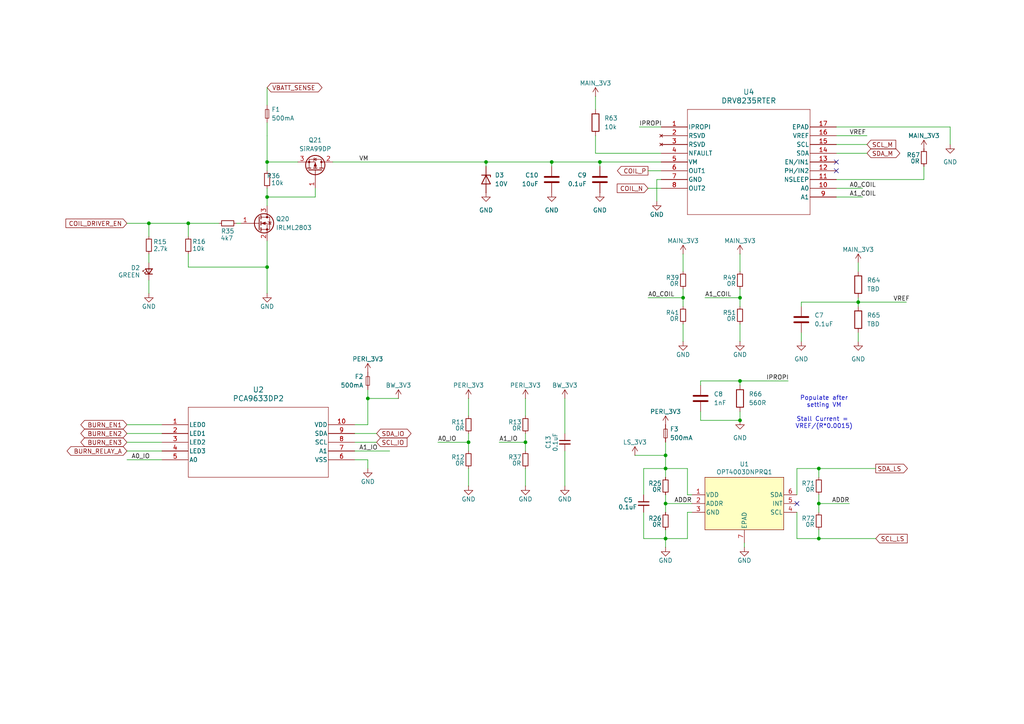
<source format=kicad_sch>
(kicad_sch (version 20231120) (generator "eeschema") (generator_version "8.0")
  (paper "A4")
  (lib_symbols
    (symbol "Argus-IC:DRV8235RTER" (pin_names (offset 0.254))
      (property "Reference" "U" (at 25.4 10.16 0))
      (property "Value" "DRV8235RTER" (at 25.4 7.62 0))
      (symbol "DRV8235RTER_0_1"
        (polyline (pts (xy 7.62 -25.4) (xy 43.18 -25.4)) (stroke (width 0.127)))
        (polyline (pts (xy 7.62 5.08) (xy 7.62 -25.4)) (stroke (width 0.127)))
        (polyline (pts (xy 43.18 -25.4) (xy 43.18 5.08)) (stroke (width 0.127)))
        (polyline (pts (xy 43.18 5.08) (xy 7.62 5.08)) (stroke (width 0.127)))
        (pin power_in line (at 0 0 0) (length 7.62) (name "IPROPI") (number "1"))
        (pin input line (at 50.8 -17.78 180) (length 7.62) (name "A0") (number "10"))
        (pin input line (at 50.8 -15.24 180) (length 7.62) (name "NSLEEP") (number "11"))
        (pin input line (at 50.8 -12.7 180) (length 7.62) (name "PH/IN2") (number "12"))
        (pin input line (at 50.8 -10.16 180) (length 7.62) (name "EN/IN1") (number "13"))
        (pin input line (at 50.8 -7.62 180) (length 7.62) (name "SDA") (number "14"))
        (pin input line (at 50.8 -5.08 180) (length 7.62) (name "SCL") (number "15"))
        (pin input line (at 50.8 -2.54 180) (length 7.62) (name "VREF") (number "16"))
        (pin power_out line (at 50.8 0 180) (length 7.62) (name "EPAD") (number "17"))
        (pin no_connect line (at 0 -2.54 0) (length 7.62) (name "RSVD") (number "2"))
        (pin no_connect line (at 0 -5.08 0) (length 7.62) (name "RSVD") (number "3"))
        (pin output line (at 0 -7.62 0) (length 7.62) (name "NFAULT") (number "4"))
        (pin power_in line (at 0 -10.16 0) (length 7.62) (name "VM") (number "5"))
        (pin output line (at 0 -12.7 0) (length 7.62) (name "OUT1") (number "6"))
        (pin power_out line (at 0 -15.24 0) (length 7.62) (name "GND") (number "7"))
        (pin output line (at 0 -17.78 0) (length 7.62) (name "OUT2") (number "8"))
        (pin input line (at 50.8 -20.32 180) (length 7.62) (name "A1") (number "9"))
      )
    )
    (symbol "Argus-IC:IRLML2803" (pin_names hide)
      (property "Reference" "Q23" (at 2.54 1.27 0))
      (property "Value" "IRLML2803" (at 2.54 -1.27 0))
      (symbol "IRLML2803_0_1"
        (circle (center -0.889 0) (radius 2.794) (stroke (width 0.254)))
        (circle (center 0 -1.778) (radius 0.254) (fill (type outline)))
        (polyline (pts (xy -2.286 0) (xy -5.08 0)))
        (polyline (pts (xy -2.286 1.905) (xy -2.286 -1.905)) (stroke (width 0.254)))
        (polyline (pts (xy -1.778 -1.27) (xy -1.778 -2.286)) (stroke (width 0.254)))
        (polyline (pts (xy -1.778 0.508) (xy -1.778 -0.508)) (stroke (width 0.254)))
        (polyline (pts (xy -1.778 2.286) (xy -1.778 1.27)) (stroke (width 0.254)))
        (polyline (pts (xy 0 2.54) (xy 0 1.778)))
        (polyline (pts (xy 0 -2.54) (xy 0 0) (xy -1.778 0)))
        (polyline (pts (xy -1.778 -1.778) (xy 0.762 -1.778) (xy 0.762 1.778) (xy -1.778 1.778)))
        (polyline (pts (xy -1.524 0) (xy -0.508 0.381) (xy -0.508 -0.381) (xy -1.524 0)) (fill (type outline)))
        (polyline (pts (xy 0.254 0.508) (xy 0.381 0.381) (xy 1.143 0.381) (xy 1.27 0.254)))
        (polyline (pts (xy 0.762 0.381) (xy 0.381 -0.254) (xy 1.143 -0.254) (xy 0.762 0.381)))
        (circle (center 0 1.778) (radius 0.254) (fill (type outline)))
      )
      (symbol "IRLML2803_1_1"
        (pin input line (at -7.62 0 0) (length 2.54) (name "G") (number "1"))
        (pin passive line (at 0 -5.08 90) (length 2.54) (name "S") (number "2"))
        (pin passive line (at 0 5.08 270) (length 2.54) (name "D") (number "3"))
      )
    )
    (symbol "Argus-IC:OPT4003DNPRQ1" (pin_names (offset 0.254))
      (property "Reference" "U" (at 0 11.938 0))
      (property "Value" "OPT4003DNPRQ1" (at 0 9.398 0))
      (symbol "OPT4003DNPRQ1_1_1"
        (rectangle (start -11.43 7.62) (end 11.43 -7.62) (fill (type background)))
        (pin input line (at -15.24 2.54 0) (length 3.81) (name "VDD") (number "1"))
        (pin input line (at -15.24 0 0) (length 3.81) (name "ADDR") (number "2"))
        (pin power_in line (at -15.24 -2.54 0) (length 3.81) (name "GND") (number "3"))
        (pin input line (at 15.24 -2.54 180) (length 3.81) (name "SCL") (number "4"))
        (pin bidirectional line (at 15.24 0 180) (length 3.81) (name "INT") (number "5"))
        (pin bidirectional line (at 15.24 2.54 180) (length 3.81) (name "SDA") (number "6"))
        (pin power_out line (at 0 -11.43 90) (length 3.81) (name "EPAD") (number "7"))
      )
    )
    (symbol "Argus-IC:PCA9633DP2" (pin_names (offset 0.254))
      (property "Reference" "U" (at 27.94 10.16 0))
      (property "Value" "PCA9633DP2" (at 27.94 7.62 0))
      (symbol "PCA9633DP2_0_1"
        (polyline (pts (xy 7.62 -15.24) (xy 48.26 -15.24)) (stroke (width 0.127)))
        (polyline (pts (xy 7.62 5.08) (xy 7.62 -15.24)) (stroke (width 0.127)))
        (polyline (pts (xy 48.26 -15.24) (xy 48.26 5.08)) (stroke (width 0.127)))
        (polyline (pts (xy 48.26 5.08) (xy 7.62 5.08)) (stroke (width 0.127)))
        (pin unspecified line (at 0 0 0) (length 7.62) (name "LED0") (number "1"))
        (pin unspecified line (at 55.88 0 180) (length 7.62) (name "VDD") (number "10"))
        (pin unspecified line (at 0 -2.54 0) (length 7.62) (name "LED1") (number "2"))
        (pin unspecified line (at 0 -5.08 0) (length 7.62) (name "LED2") (number "3"))
        (pin unspecified line (at 0 -7.62 0) (length 7.62) (name "LED3") (number "4"))
        (pin unspecified line (at 0 -10.16 0) (length 7.62) (name "A0") (number "5"))
        (pin unspecified line (at 55.88 -10.16 180) (length 7.62) (name "VSS") (number "6"))
        (pin unspecified line (at 55.88 -7.62 180) (length 7.62) (name "A1") (number "7"))
        (pin unspecified line (at 55.88 -5.08 180) (length 7.62) (name "SCL") (number "8"))
        (pin unspecified line (at 55.88 -2.54 180) (length 7.62) (name "SDA") (number "9"))
      )
    )
    (symbol "Argus-IC:Q_PMOS_GDS" (pin_names (offset 0) hide)
      (property "Reference" "Q" (at 5.08 1.27 0))
      (property "Value" "Q_PMOS_GDS" (at 5.08 -1.27 0))
      (symbol "Q_PMOS_GDS_0_1"
        (polyline (pts (xy 0.254 0) (xy -2.54 0)))
        (polyline (pts (xy 0.254 1.905) (xy 0.254 -1.905)) (stroke (width 0.254)))
        (polyline (pts (xy 0.762 -1.27) (xy 0.762 -2.286)) (stroke (width 0.254)))
        (polyline (pts (xy 0.762 0.508) (xy 0.762 -0.508)) (stroke (width 0.254)))
        (polyline (pts (xy 0.762 2.286) (xy 0.762 1.27)) (stroke (width 0.254)))
        (polyline (pts (xy 2.54 2.54) (xy 2.54 1.778)))
        (polyline (pts (xy 2.54 -2.54) (xy 2.54 0) (xy 0.762 0)))
        (polyline (pts (xy 0.762 1.778) (xy 3.302 1.778) (xy 3.302 -1.778) (xy 0.762 -1.778)))
        (polyline (pts (xy 2.286 0) (xy 1.27 0.381) (xy 1.27 -0.381) (xy 2.286 0)) (fill (type outline)))
        (polyline (pts (xy 2.794 -0.508) (xy 2.921 -0.381) (xy 3.683 -0.381) (xy 3.81 -0.254)))
        (polyline (pts (xy 3.302 -0.381) (xy 2.921 0.254) (xy 3.683 0.254) (xy 3.302 -0.381)))
        (circle (center 1.651 0) (radius 2.794) (stroke (width 0.254)))
        (circle (center 2.54 -1.778) (radius 0.254) (fill (type outline)))
        (circle (center 2.54 1.778) (radius 0.254) (fill (type outline)))
      )
      (symbol "Q_PMOS_GDS_1_1"
        (pin input line (at -5.08 0 0) (length 2.54) (name "G") (number "1"))
        (pin passive line (at 2.54 5.08 270) (length 2.54) (name "D") (number "2"))
        (pin passive line (at 2.54 -5.08 90) (length 2.54) (name "S") (number "3"))
      )
    )
    (symbol "Device:C" (pin_numbers hide) (pin_names (offset 0.254))
      (property "Reference" "C" (at 0.635 2.54 0))
      (property "Value" "C" (at 0.635 -2.54 0))
      (symbol "C_0_1"
        (polyline (pts (xy -2.032 -0.762) (xy 2.032 -0.762)) (stroke (width 0.508)))
        (polyline (pts (xy -2.032 0.762) (xy 2.032 0.762)) (stroke (width 0.508)))
      )
      (symbol "C_1_1"
        (pin passive line (at 0 3.81 270) (length 2.794) (name "~") (number "1"))
        (pin passive line (at 0 -3.81 90) (length 2.794) (name "~") (number "2"))
      )
    )
    (symbol "Device:C_Small" (pin_numbers hide) (pin_names (offset 0.254) hide)
      (property "Reference" "C" (at 0.254 1.778 0))
      (property "Value" "C_Small" (at 0.254 -2.032 0))
      (symbol "C_Small_0_1"
        (polyline (pts (xy -1.524 -0.508) (xy 1.524 -0.508)) (stroke (width 0.3302)))
        (polyline (pts (xy -1.524 0.508) (xy 1.524 0.508)) (stroke (width 0.3048)))
      )
      (symbol "C_Small_1_1"
        (pin passive line (at 0 2.54 270) (length 2.032) (name "~") (number "1"))
        (pin passive line (at 0 -2.54 90) (length 2.032) (name "~") (number "2"))
      )
    )
    (symbol "Device:Fuse_Small" (pin_numbers hide) (pin_names (offset 0.254) hide)
      (property "Reference" "F" (at 0 -1.524 0))
      (property "Value" "Fuse_Small" (at 0 1.524 0))
      (symbol "Fuse_Small_0_1"
        (rectangle (start -1.27 0.508) (end 1.27 -0.508))
        (polyline (pts (xy -1.27 0) (xy 1.27 0)))
      )
      (symbol "Fuse_Small_1_1"
        (pin passive line (at -2.54 0 0) (length 1.27) (name "~") (number "1"))
        (pin passive line (at 2.54 0 180) (length 1.27) (name "~") (number "2"))
      )
    )
    (symbol "Device:LED_Small" (pin_numbers hide) (pin_names (offset 0.254) hide)
      (property "Reference" "D" (at -1.27 3.175 0))
      (property "Value" "LED_Small" (at -4.445 -2.54 0))
      (symbol "LED_Small_0_1"
        (polyline (pts (xy -0.762 -1.016) (xy -0.762 1.016)) (stroke (width 0.254)))
        (polyline (pts (xy 1.016 0) (xy -0.762 0)))
        (polyline (pts (xy 0.762 -1.016) (xy -0.762 0) (xy 0.762 1.016) (xy 0.762 -1.016)) (stroke (width 0.254)))
        (polyline (pts (xy 0 0.762) (xy -0.508 1.27) (xy -0.254 1.27) (xy -0.508 1.27) (xy -0.508 1.016)))
        (polyline (pts (xy 0.508 1.27) (xy 0 1.778) (xy 0.254 1.778) (xy 0 1.778) (xy 0 1.524)))
      )
      (symbol "LED_Small_1_1"
        (pin passive line (at -2.54 0 0) (length 1.778) (name "K") (number "1"))
        (pin passive line (at 2.54 0 180) (length 1.778) (name "A") (number "2"))
      )
    )
    (symbol "Device:R" (pin_numbers hide) (pin_names (offset 0))
      (property "Reference" "R" (at 2.032 0 90))
      (property "Value" "R" (at 0 0 90))
      (symbol "R_0_1"
        (rectangle (start -1.016 -2.54) (end 1.016 2.54) (stroke (width 0.254)))
      )
      (symbol "R_1_1"
        (pin passive line (at 0 3.81 270) (length 1.27) (name "~") (number "1"))
        (pin passive line (at 0 -3.81 90) (length 1.27) (name "~") (number "2"))
      )
    )
    (symbol "Device:R_Small" (pin_numbers hide) (pin_names (offset 0.254) hide)
      (property "Reference" "R" (at 0.762 0.508 0))
      (property "Value" "R_Small" (at 0.762 -1.016 0))
      (symbol "R_Small_0_1"
        (rectangle (start -0.762 1.778) (end 0.762 -1.778) (stroke (width 0.2032)))
      )
      (symbol "R_Small_1_1"
        (pin passive line (at 0 2.54 270) (length 0.762) (name "~") (number "1"))
        (pin passive line (at 0 -2.54 90) (length 0.762) (name "~") (number "2"))
      )
    )
    (symbol "Diode:PTVS10VZ1USK" (pin_numbers hide) (pin_names hide)
      (property "Reference" "D" (at 0 2.54 0))
      (property "Value" "PTVS10VZ1USK" (at 0 -2.54 0))
      (symbol "PTVS10VZ1USK_0_1"
        (polyline (pts (xy 1.27 0) (xy -1.27 0)))
        (polyline (pts (xy -1.27 -1.27) (xy -1.27 1.27) (xy -0.762 1.27)) (stroke (width 0.254)))
        (polyline (pts (xy 1.27 -1.27) (xy 1.27 1.27) (xy -1.27 0) (xy 1.27 -1.27)) (stroke (width 0.254)))
      )
      (symbol "PTVS10VZ1USK_1_1"
        (pin passive line (at -3.81 0 0) (length 2.54) (name "K") (number "1"))
        (pin passive line (at 3.81 0 180) (length 2.54) (name "A") (number "2"))
      )
    )
    (symbol "power:+3.3V" (power) (pin_numbers hide) (pin_names (offset 0) hide)
      (property "Value" "+3.3V" (at 0 3.556 0))
      (symbol "+3.3V_0_1"
        (polyline (pts (xy -0.762 1.27) (xy 0 2.54)))
        (polyline (pts (xy 0 0) (xy 0 2.54)))
        (polyline (pts (xy 0 2.54) (xy 0.762 1.27)))
      )
      (symbol "+3.3V_1_1"
        (pin power_in line (at 0 0 90) (length 0) (name "~") (number "1"))
      )
    )
    (symbol "power:GND" (power) (pin_numbers hide) (pin_names (offset 0) hide)
      (property "Value" "GND" (at 0 -3.81 0))
      (symbol "GND_0_1"
        (polyline (pts (xy 0 0) (xy 0 -1.27) (xy 1.27 -1.27) (xy 0 -2.54) (xy -1.27 -1.27) (xy 0 -1.27)))
      )
      (symbol "GND_1_1"
        (pin power_in line (at 0 0 270) (length 0) (name "~") (number "1"))
      )
    )
  )
  (junction (at 237.49 135.89))
  (junction (at 77.47 57.15))
  (junction (at 214.63 86.36))
  (junction (at 198.12 86.36))
  (junction (at 173.99 46.99))
  (junction (at 77.47 77.47))
  (junction (at 237.49 156.21))
  (junction (at 43.18 64.77))
  (junction (at 152.4 128.27))
  (junction (at 160.02 46.99))
  (junction (at 54.61 64.77))
  (junction (at 214.63 121.92))
  (junction (at 193.04 135.89))
  (junction (at 106.68 115.57))
  (junction (at 135.89 128.27))
  (junction (at 248.92 87.63))
  (junction (at 77.47 46.99))
  (junction (at 140.97 46.99))
  (junction (at 193.04 146.05))
  (junction (at 214.63 110.49))
  (junction (at 193.04 132.08))
  (junction (at 193.04 156.21))
  (junction (at 237.49 146.05))
  (no_connect (at 242.57 49.53))
  (no_connect (at 231.14 146.05))
  (no_connect (at 242.57 46.99))
  (wire (pts (xy 172.72 27.94) (xy 172.72 31.75)))
  (wire (pts (xy 127 128.27) (xy 135.89 128.27)))
  (wire (pts (xy 77.47 39.37) (xy 77.47 46.99)) (stroke (width 0.1524)))
  (wire (pts (xy 190.5 52.07) (xy 190.5 58.42)))
  (wire (pts (xy 193.04 132.08) (xy 184.15 132.08)))
  (wire (pts (xy 68.58 64.77) (xy 69.85 64.77)))
  (wire (pts (xy 152.4 115.57) (xy 152.4 120.65)))
  (wire (pts (xy 242.57 36.83) (xy 275.59 36.83)))
  (wire (pts (xy 198.12 93.98) (xy 198.12 99.06)))
  (wire (pts (xy 193.04 158.75) (xy 193.04 156.21)))
  (wire (pts (xy 248.92 87.63) (xy 262.89 87.63)))
  (wire (pts (xy 102.87 123.19) (xy 106.68 123.19)))
  (wire (pts (xy 43.18 85.09) (xy 43.18 81.28)))
  (wire (pts (xy 203.2 121.92) (xy 214.63 121.92)))
  (wire (pts (xy 214.63 110.49) (xy 203.2 110.49)))
  (wire (pts (xy 36.83 128.27) (xy 46.99 128.27)))
  (wire (pts (xy 251.46 41.91) (xy 242.57 41.91)))
  (wire (pts (xy 152.4 128.27) (xy 152.4 130.81)))
  (wire (pts (xy 77.47 35.56) (xy 77.47 39.37)))
  (wire (pts (xy 102.87 128.27) (xy 109.22 128.27)))
  (wire (pts (xy 43.18 64.77) (xy 54.61 64.77)) (stroke (width 0.1524)))
  (wire (pts (xy 173.99 46.99) (xy 191.77 46.99)))
  (wire (pts (xy 77.47 85.09) (xy 77.47 77.47)))
  (wire (pts (xy 43.18 64.77) (xy 36.83 64.77)) (stroke (width 0.1524)))
  (wire (pts (xy 200.66 143.51) (xy 199.39 143.51)))
  (wire (pts (xy 199.39 143.51) (xy 199.39 135.89)))
  (wire (pts (xy 193.04 146.05) (xy 193.04 148.59)))
  (wire (pts (xy 199.39 148.59) (xy 199.39 156.21)))
  (wire (pts (xy 144.78 128.27) (xy 152.4 128.27)))
  (wire (pts (xy 198.12 83.82) (xy 198.12 86.36)))
  (wire (pts (xy 242.57 39.37) (xy 251.46 39.37)))
  (wire (pts (xy 214.63 121.92) (xy 214.63 119.38)))
  (wire (pts (xy 232.41 87.63) (xy 232.41 88.9)))
  (wire (pts (xy 36.83 125.73) (xy 46.99 125.73)))
  (wire (pts (xy 248.92 76.2) (xy 248.92 78.74)))
  (wire (pts (xy 237.49 146.05) (xy 246.38 146.05)))
  (wire (pts (xy 36.83 130.81) (xy 46.99 130.81)))
  (wire (pts (xy 203.2 119.38) (xy 203.2 121.92)))
  (wire (pts (xy 203.2 110.49) (xy 203.2 111.76)))
  (wire (pts (xy 214.63 86.36) (xy 214.63 88.9)))
  (wire (pts (xy 106.68 115.57) (xy 115.57 115.57)))
  (wire (pts (xy 185.42 36.83) (xy 191.77 36.83)))
  (wire (pts (xy 135.89 128.27) (xy 135.89 130.81)))
  (wire (pts (xy 77.47 46.99) (xy 77.47 49.53)))
  (wire (pts (xy 163.83 115.57) (xy 163.83 125.73)))
  (wire (pts (xy 152.4 135.89) (xy 152.4 140.97)))
  (wire (pts (xy 199.39 135.89) (xy 193.04 135.89)))
  (wire (pts (xy 77.47 69.85) (xy 77.47 77.47)))
  (wire (pts (xy 186.69 148.59) (xy 186.69 156.21)))
  (wire (pts (xy 160.02 46.99) (xy 173.99 46.99)))
  (wire (pts (xy 77.47 57.15) (xy 91.44 57.15)) (stroke (width 0.1524)))
  (wire (pts (xy 191.77 52.07) (xy 190.5 52.07)))
  (wire (pts (xy 36.83 123.19) (xy 46.99 123.19)))
  (wire (pts (xy 215.9 158.75) (xy 215.9 157.48)))
  (wire (pts (xy 160.02 48.26) (xy 160.02 46.99)))
  (wire (pts (xy 267.97 48.26) (xy 267.97 52.07)))
  (wire (pts (xy 193.04 135.89) (xy 193.04 138.43)))
  (wire (pts (xy 214.63 110.49) (xy 214.63 111.76)))
  (wire (pts (xy 77.47 54.61) (xy 77.47 57.15)))
  (wire (pts (xy 187.96 86.36) (xy 198.12 86.36)))
  (wire (pts (xy 237.49 143.51) (xy 237.49 146.05)))
  (wire (pts (xy 106.68 113.03) (xy 106.68 115.57)))
  (wire (pts (xy 77.47 57.15) (xy 77.47 59.69)) (stroke (width 0.1524)))
  (wire (pts (xy 135.89 115.57) (xy 135.89 120.65)))
  (wire (pts (xy 198.12 86.36) (xy 198.12 88.9)))
  (wire (pts (xy 214.63 93.98) (xy 214.63 99.06)))
  (wire (pts (xy 237.49 156.21) (xy 254 156.21)))
  (wire (pts (xy 198.12 73.66) (xy 198.12 78.74)))
  (wire (pts (xy 173.99 48.26) (xy 173.99 46.99)))
  (wire (pts (xy 231.14 135.89) (xy 231.14 143.51)))
  (wire (pts (xy 237.49 135.89) (xy 237.49 138.43)))
  (wire (pts (xy 91.44 57.15) (xy 91.44 54.61)) (stroke (width 0.1524)))
  (wire (pts (xy 140.97 46.99) (xy 140.97 48.26)))
  (wire (pts (xy 275.59 36.83) (xy 275.59 41.91)))
  (wire (pts (xy 231.14 135.89) (xy 237.49 135.89)))
  (wire (pts (xy 193.04 146.05) (xy 200.66 146.05)))
  (wire (pts (xy 242.57 54.61) (xy 250.19 54.61)))
  (wire (pts (xy 193.04 128.27) (xy 193.04 132.08)))
  (wire (pts (xy 214.63 110.49) (xy 228.6 110.49)))
  (wire (pts (xy 186.69 156.21) (xy 193.04 156.21)))
  (wire (pts (xy 54.61 64.77) (xy 62.23 64.77)) (stroke (width 0.1524)))
  (wire (pts (xy 242.57 57.15) (xy 250.19 57.15)))
  (wire (pts (xy 214.63 73.66) (xy 214.63 78.74)))
  (wire (pts (xy 102.87 125.73) (xy 109.22 125.73)))
  (wire (pts (xy 77.47 46.99) (xy 86.36 46.99)) (stroke (width 0.1524)))
  (wire (pts (xy 231.14 148.59) (xy 231.14 156.21)))
  (wire (pts (xy 248.92 87.63) (xy 248.92 88.9)))
  (wire (pts (xy 54.61 64.77) (xy 54.61 68.58)) (stroke (width 0.1524)))
  (wire (pts (xy 193.04 153.67) (xy 193.04 156.21)))
  (wire (pts (xy 106.68 115.57) (xy 106.68 123.19)))
  (wire (pts (xy 140.97 46.99) (xy 160.02 46.99)))
  (wire (pts (xy 54.61 77.47) (xy 77.47 77.47)))
  (wire (pts (xy 152.4 125.73) (xy 152.4 128.27)))
  (wire (pts (xy 248.92 86.36) (xy 248.92 87.63)))
  (wire (pts (xy 251.46 44.45) (xy 242.57 44.45)))
  (wire (pts (xy 62.23 64.77) (xy 63.5 64.77)))
  (wire (pts (xy 193.04 146.05) (xy 193.04 143.51)))
  (wire (pts (xy 199.39 156.21) (xy 193.04 156.21)))
  (wire (pts (xy 237.49 146.05) (xy 237.49 148.59)))
  (wire (pts (xy 135.89 135.89) (xy 135.89 140.97)))
  (wire (pts (xy 163.83 130.81) (xy 163.83 140.97)))
  (wire (pts (xy 237.49 135.89) (xy 254 135.89)))
  (wire (pts (xy 237.49 156.21) (xy 231.14 156.21)))
  (wire (pts (xy 232.41 87.63) (xy 248.92 87.63)))
  (wire (pts (xy 96.52 46.99) (xy 140.97 46.99)))
  (wire (pts (xy 36.83 133.35) (xy 46.99 133.35)))
  (wire (pts (xy 193.04 132.08) (xy 193.04 135.89)))
  (wire (pts (xy 172.72 39.37) (xy 172.72 44.45)))
  (wire (pts (xy 54.61 77.47) (xy 54.61 73.66)))
  (wire (pts (xy 102.87 133.35) (xy 106.68 133.35)))
  (wire (pts (xy 248.92 96.52) (xy 248.92 99.06)))
  (wire (pts (xy 242.57 52.07) (xy 267.97 52.07)))
  (wire (pts (xy 102.87 130.81) (xy 113.03 130.81)))
  (wire (pts (xy 77.47 25.4) (xy 77.47 30.48)))
  (wire (pts (xy 187.96 54.61) (xy 191.77 54.61)))
  (wire (pts (xy 187.96 49.53) (xy 191.77 49.53)))
  (wire (pts (xy 106.68 133.35) (xy 106.68 135.89)))
  (wire (pts (xy 199.39 148.59) (xy 200.66 148.59)))
  (wire (pts (xy 135.89 125.73) (xy 135.89 128.27)))
  (wire (pts (xy 193.04 135.89) (xy 186.69 135.89)))
  (wire (pts (xy 204.47 86.36) (xy 214.63 86.36)))
  (wire (pts (xy 172.72 44.45) (xy 191.77 44.45)))
  (wire (pts (xy 232.41 96.52) (xy 232.41 99.06)))
  (wire (pts (xy 237.49 153.67) (xy 237.49 156.21)))
  (wire (pts (xy 214.63 83.82) (xy 214.63 86.36)))
  (wire (pts (xy 43.18 73.66) (xy 43.18 76.2)))
  (wire (pts (xy 186.69 135.89) (xy 186.69 143.51)))
  (wire (pts (xy 43.18 64.77) (xy 43.18 68.58)) (stroke (width 0.1524)))
  (text "Populate after\nsetting VM\n\nStall Current = \nVREF/(R*0.0015)" (at 239.014 119.634 0) (effects (font (size 1.27 1.27))))
  (label "A1_IO" (at 144.78 128.27 0))
  (label "ADDR" (at 246.38 146.05 180))
  (label "ADDR" (at 200.66 146.05 180))
  (label "A0_IO" (at 127 128.27 0))
  (label "IPROPI" (at 185.42 36.83 0))
  (label "A0_COIL" (at 246.38 54.61 0))
  (label "IPROPI" (at 222.25 110.49 0))
  (label "A1_COIL" (at 246.38 57.15 0))
  (label "VREF" (at 259.08 87.63 0))
  (label "VM" (at 104.14 46.99 0))
  (label "A1_COIL" (at 204.47 86.36 0))
  (label "A0_COIL" (at 187.96 86.36 0))
  (label "A0_IO" (at 38.1 133.35 0))
  (label "VREF" (at 246.38 39.37 0))
  (label "A1_IO" (at 104.14 130.81 0))
  (global_label "SCL_LS" (shape input) (at 254 156.21 0) (property "Intersheetrefs" "${INTERSHEET_REFS}" (effects (hide yes))))
  (global_label "COIL_DRIVER_EN" (shape input) (at 36.83 64.77 180) (property "Intersheetrefs" "${INTERSHEET_REFS}" (effects (hide yes))))
  (global_label "SCL_M" (shape input) (at 251.46 41.91 0) (property "Intersheetrefs" "${INTERSHEET_REFS}" (effects (hide yes))))
  (global_label "SDA_IO" (shape bidirectional) (at 109.22 125.73 0) (property "Intersheetrefs" "${INTERSHEET_REFS}" (effects (hide yes))))
  (global_label "BURN_EN1" (shape bidirectional) (at 36.83 123.19 180) (property "Intersheetrefs" "${INTERSHEET_REFS}" (effects (hide yes))))
  (global_label "BURN_RELAY_A" (shape bidirectional) (at 36.83 130.81 180) (property "Intersheetrefs" "${INTERSHEET_REFS}" (effects (hide yes))))
  (global_label "BURN_EN3" (shape bidirectional) (at 36.83 128.27 180) (property "Intersheetrefs" "${INTERSHEET_REFS}" (effects (hide yes))))
  (global_label "SDA_M" (shape bidirectional) (at 251.46 44.45 0) (property "Intersheetrefs" "${INTERSHEET_REFS}" (effects (hide yes))))
  (global_label "VBATT_SENSE" (shape bidirectional) (at 77.47 25.4 0) (property "Intersheetrefs" "${INTERSHEET_REFS}" (effects (hide yes))))
  (global_label "COIL_P" (shape output) (at 187.96 49.53 180) (property "Intersheetrefs" "${INTERSHEET_REFS}" (effects (hide yes))))
  (global_label "COIL_N" (shape input) (at 187.96 54.61 180) (property "Intersheetrefs" "${INTERSHEET_REFS}" (effects (hide yes))))
  (global_label "BURN_EN2" (shape bidirectional) (at 36.83 125.73 180) (property "Intersheetrefs" "${INTERSHEET_REFS}" (effects (hide yes))))
  (global_label "SCL_IO" (shape input) (at 109.22 128.27 0) (property "Intersheetrefs" "${INTERSHEET_REFS}" (effects (hide yes))))
  (global_label "SDA_LS" (shape output) (at 254 135.89 0) (property "Intersheetrefs" "${INTERSHEET_REFS}" (effects (hide yes))))
  (symbol (lib_id "Device:R_Small") (at 43.18 71.12 0) (unit 1)
    (property "Reference" "R15" (at 44.45 70.866 0) (effects (justify left bottom)))
    (property "Value" "2.7k" (at 44.45 72.898 0) (effects (justify left bottom)))
    (property "Footprint" "Resistor_SMD:R_0603_1608Metric" (effects (hide yes)))
    (property "Description" "Resistor, small symbol" (effects (hide yes)))
    (property "DIS" "Digi-Key" (effects (hide yes)))
    (property "DPN" "A129693CT-ND" (effects (hide yes)))
    (property "MFR" "TE" (effects (hide yes)))
    (property "MPN" "CRGCQ0603F2K7" (effects (hide yes)))
  )
  (symbol (lib_id "power:GND") (at 190.5 58.42 0) (unit 1)
    (property "Reference" "#PWR046" (effects (hide yes)))
    (property "Value" "GND" (at 190.5 62.23 0))
    (property "Description" "Power symbol creates a global label with name \"GND\" , ground" (effects (hide yes)))
  )
  (symbol (lib_id "Device:R_Small") (at 193.04 151.13 0) (mirror x) (unit 1)
    (property "Reference" "R26" (at 189.992 150.368 0))
    (property "Value" "0R" (at 190.5 152.146 0))
    (property "Footprint" "Resistor_SMD:R_0603_1608Metric" (effects (hide yes)))
    (property "Description" "Resistor, small symbol" (effects (hide yes)))
  )
  (symbol (lib_id "Device:R") (at 248.92 82.55 0) (unit 1)
    (property "Reference" "R64" (at 251.46 81.2799 0) (effects (justify left)))
    (property "Value" "TBD" (at 251.46 83.8199 0) (effects (justify left)))
    (property "Footprint" "Resistor_SMD:R_0603_1608Metric" (effects (hide yes)))
    (property "Description" "Resistor" (effects (hide yes)))
  )
  (symbol (lib_id "Device:R") (at 214.63 115.57 0) (unit 1)
    (property "Reference" "R66" (at 217.17 114.2999 0) (effects (justify left)))
    (property "Value" "560R" (at 217.17 116.8399 0) (effects (justify left)))
    (property "Footprint" "Resistor_SMD:R_0603_1608Metric" (effects (hide yes)))
    (property "Description" "Resistor" (effects (hide yes)))
  )
  (symbol (lib_id "power:GND") (at 43.18 85.09 0) (mirror y) (unit 1)
    (property "Reference" "#GND01" (effects (hide yes)))
    (property "Value" "GND" (at 43.18 88.9 0))
    (property "Description" "Power symbol creates a global label with name \"GND\" , ground" (effects (hide yes)))
  )
  (symbol (lib_id "power:+3.3V") (at 106.68 107.95 0) (mirror y) (unit 1)
    (property "Reference" "#PWR08" (effects (hide yes)))
    (property "Value" "PERI_3V3" (at 106.68 104.14 0))
    (property "Description" "Power symbol creates a global label with name \"+3.3V\"" (effects (hide yes)))
  )
  (symbol (lib_id "Argus-IC:OPT4003DNPRQ1") (at 215.9 146.05 0) (unit 1)
    (property "Reference" "U1" (at 215.9 134.62 0))
    (property "Value" "OPT4003DNPRQ1" (at 215.9 136.906 0))
    (property "Footprint" "Argus-IC:OPT4003" (effects (hide yes)))
    (property "Datasheet" "OPT4003DNPRQ1" (effects (hide yes)))
  )
  (symbol (lib_id "power:GND") (at 160.02 55.88 0) (mirror y) (unit 1)
    (property "Reference" "#PWR043" (effects (hide yes)))
    (property "Value" "GND" (at 160.02 60.96 0))
    (property "Description" "Power symbol creates a global label with name \"GND\" , ground" (effects (hide yes)))
  )
  (symbol (lib_id "power:GND") (at 193.04 158.75 0) (unit 1)
    (property "Reference" "#PWR013" (effects (hide yes)))
    (property "Value" "GND" (at 193.04 162.56 0))
    (property "Description" "Power symbol creates a global label with name \"GND\" , ground" (effects (hide yes)))
  )
  (symbol (lib_id "Device:C") (at 232.41 92.71 0) (unit 1)
    (property "Reference" "C7" (at 236.22 91.4399 0) (effects (justify left)))
    (property "Value" "0.1uF" (at 236.22 93.9799 0) (effects (justify left)))
    (property "Footprint" "Capacitor_SMD:C_0603_1608Metric" (effects (hide yes)))
    (property "Description" "Unpolarized capacitor" (effects (hide yes)))
  )
  (symbol (lib_id "power:+3.3V") (at 115.57 115.57 0) (mirror y) (unit 1)
    (property "Reference" "#PWR01" (effects (hide yes)))
    (property "Value" "BW_3V3" (at 115.57 111.76 0))
    (property "Description" "Power symbol creates a global label with name \"+3.3V\"" (effects (hide yes)))
  )
  (symbol (lib_id "Device:R_Small") (at 267.97 45.72 0) (mirror x) (unit 1)
    (property "Reference" "R67" (at 264.922 44.958 0))
    (property "Value" "0R" (at 265.43 46.736 0))
    (property "Footprint" "Resistor_SMD:R_0603_1608Metric" (effects (hide yes)))
    (property "Description" "Resistor, small symbol" (effects (hide yes)))
  )
  (symbol (lib_id "Device:R_Small") (at 198.12 91.44 0) (mirror x) (unit 1)
    (property "Reference" "R41" (at 195.072 90.678 0))
    (property "Value" "0R" (at 195.58 92.456 0))
    (property "Footprint" "Resistor_SMD:R_0603_1608Metric" (effects (hide yes)))
    (property "Description" "Resistor, small symbol" (effects (hide yes)))
  )
  (symbol (lib_id "power:GND") (at 232.41 99.06 0) (unit 1)
    (property "Reference" "#PWR036" (effects (hide yes)))
    (property "Value" "GND" (at 232.41 104.14 0))
    (property "Description" "Power symbol creates a global label with name \"GND\" , ground" (effects (hide yes)))
  )
  (symbol (lib_id "power:+3.3V") (at 193.04 123.19 0) (unit 1)
    (property "Reference" "#PWR014" (effects (hide yes)))
    (property "Value" "PERI_3V3" (at 193.04 119.38 0))
    (property "Description" "Power symbol creates a global label with name \"+3.3V\"" (effects (hide yes)))
  )
  (symbol (lib_id "Device:C") (at 160.02 52.07 0) (mirror y) (unit 1)
    (property "Reference" "C10" (at 156.21 50.7999 0) (effects (justify left)))
    (property "Value" "10uF" (at 156.21 53.3399 0) (effects (justify left)))
    (property "Footprint" "Capacitor_SMD:C_1206_3216Metric" (effects (hide yes)))
    (property "Description" "Unpolarized capacitor" (effects (hide yes)))
  )
  (symbol (lib_id "Device:R_Small") (at 135.89 123.19 0) (mirror x) (unit 1)
    (property "Reference" "R11" (at 132.842 122.428 0))
    (property "Value" "0R" (at 133.35 124.206 0))
    (property "Footprint" "Resistor_SMD:R_0603_1608Metric" (effects (hide yes)))
    (property "Description" "Resistor, small symbol" (effects (hide yes)))
  )
  (symbol (lib_id "power:+3.3V") (at 163.83 115.57 0) (mirror y) (unit 1)
    (property "Reference" "#PWR012" (effects (hide yes)))
    (property "Value" "BW_3V3" (at 163.83 111.76 0))
    (property "Description" "Power symbol creates a global label with name \"+3.3V\"" (effects (hide yes)))
  )
  (symbol (lib_id "Device:R_Small") (at 66.04 64.77 90) (unit 1)
    (property "Reference" "R35" (at 66.04 67.056 90))
    (property "Value" "4k7" (at 65.786 69.088 90))
    (property "Footprint" "Resistor_SMD:R_0603_1608Metric" (effects (hide yes)))
    (property "Description" "Resistor, small symbol" (effects (hide yes)))
  )
  (symbol (lib_id "Argus-IC:Q_PMOS_GDS") (at 91.44 49.53 270) (mirror x) (unit 1)
    (property "Reference" "Q21" (at 91.44 40.64 90))
    (property "Value" "SiRA99DP" (at 91.44 43.18 90))
    (property "Footprint" "Argus-Miscellaneous:PowerPAK SO-8" (effects (hide yes)))
    (property "Description" "P-MOSFET transistor, gate/drain/source" (effects (hide yes)))
  )
  (symbol (lib_id "Device:R") (at 248.92 92.71 0) (unit 1)
    (property "Reference" "R65" (at 251.46 91.4399 0) (effects (justify left)))
    (property "Value" "TBD" (at 251.46 93.9799 0) (effects (justify left)))
    (property "Footprint" "Resistor_SMD:R_0603_1608Metric" (effects (hide yes)))
    (property "Description" "Resistor" (effects (hide yes)))
  )
  (symbol (lib_id "Argus-IC:PCA9633DP2") (at 46.99 123.19 0) (unit 1)
    (property "Reference" "U2" (at 74.93 113.03 0) (effects (font (size 1.524 1.524))))
    (property "Value" "PCA9633DP2" (at 74.93 115.57 0) (effects (font (size 1.524 1.524))))
    (property "Footprint" "Argus-IC:SOT552-1_NXP" (effects (hide yes)))
    (property "Datasheet" "PCA9633DP2" (effects (hide yes)))
  )
  (symbol (lib_id "power:GND") (at 214.63 121.92 0) (unit 1)
    (property "Reference" "#PWR039" (effects (hide yes)))
    (property "Value" "GND" (at 214.63 127 0))
    (property "Description" "Power symbol creates a global label with name \"GND\" , ground" (effects (hide yes)))
  )
  (symbol (lib_id "power:GND") (at 173.99 55.88 0) (mirror y) (unit 1)
    (property "Reference" "#PWR040" (effects (hide yes)))
    (property "Value" "GND" (at 173.99 60.96 0))
    (property "Description" "Power symbol creates a global label with name \"GND\" , ground" (effects (hide yes)))
  )
  (symbol (lib_id "Argus-IC:IRLML2803") (at 77.47 64.77 0) (unit 1)
    (property "Reference" "Q20" (at 80.01 63.5 0) (effects (justify left)))
    (property "Value" "IRLML2803" (at 80.01 66.04 0) (effects (justify left)))
    (property "Footprint" "Package_TO_SOT_SMD:SOT-23" (effects (hide yes)))
  )
  (symbol (lib_id "power:GND") (at 163.83 140.97 0) (unit 1)
    (property "Reference" "#PWR048" (effects (hide yes)))
    (property "Value" "GND" (at 163.83 144.78 0))
    (property "Description" "Power symbol creates a global label with name \"GND\" , ground" (effects (hide yes)))
  )
  (symbol (lib_id "Argus-IC:DRV8235RTER") (at 191.77 36.83 0) (unit 1)
    (property "Reference" "U4" (at 217.17 26.67 0) (effects (font (size 1.524 1.524))))
    (property "Value" "DRV8235RTER" (at 217.17 29.21 0) (effects (font (size 1.524 1.524))))
    (property "Footprint" "Argus-IC:WQFN16_RTE_TEX" (effects (hide yes)))
    (property "Datasheet" "DRV8235RTER" (effects (hide yes)))
  )
  (symbol (lib_id "Device:R_Small") (at 198.12 81.28 0) (mirror x) (unit 1)
    (property "Reference" "R39" (at 195.072 80.518 0))
    (property "Value" "0R" (at 195.58 82.296 0))
    (property "Footprint" "Resistor_SMD:R_0603_1608Metric" (effects (hide yes)))
    (property "Description" "Resistor, small symbol" (effects (hide yes)))
  )
  (symbol (lib_id "power:+3.3V") (at 172.72 27.94 0) (unit 1)
    (property "Reference" "#PWR035" (effects (hide yes)))
    (property "Value" "MAIN_3V3" (at 172.72 24.13 0))
    (property "Description" "Power symbol creates a global label with name \"+3.3V\"" (effects (hide yes)))
  )
  (symbol (lib_id "power:+3.3V") (at 135.89 115.57 0) (unit 1)
    (property "Reference" "#PWR016" (effects (hide yes)))
    (property "Value" "PERI_3V3" (at 135.89 111.76 0))
    (property "Description" "Power symbol creates a global label with name \"+3.3V\"" (effects (hide yes)))
  )
  (symbol (lib_id "Device:R_Small") (at 135.89 133.35 0) (mirror x) (unit 1)
    (property "Reference" "R12" (at 132.842 132.588 0))
    (property "Value" "0R" (at 133.35 134.366 0))
    (property "Footprint" "Resistor_SMD:R_0603_1608Metric" (effects (hide yes)))
    (property "Description" "Resistor, small symbol" (effects (hide yes)))
  )
  (symbol (lib_id "Device:C") (at 203.2 115.57 0) (unit 1)
    (property "Reference" "C8" (at 207.01 114.2999 0) (effects (justify left)))
    (property "Value" "1nF" (at 207.01 116.8399 0) (effects (justify left)))
    (property "Footprint" "Capacitor_SMD:C_0603_1608Metric" (effects (hide yes)))
    (property "Description" "Unpolarized capacitor" (effects (hide yes)))
  )
  (symbol (lib_id "power:+3.3V") (at 184.15 132.08 0) (unit 1)
    (property "Reference" "#PWR023" (effects (hide yes)))
    (property "Value" "LS_3V3" (at 184.15 128.27 0))
    (property "Description" "Power symbol creates a global label with name \"+3.3V\"" (effects (hide yes)))
  )
  (symbol (lib_id "Device:C_Small") (at 186.69 146.05 0) (unit 1)
    (property "Reference" "C5" (at 180.848 145.034 0) (effects (justify left)))
    (property "Value" "0.1uF" (at 179.324 147.066 0) (effects (justify left)))
    (property "Footprint" "Capacitor_SMD:C_0603_1608Metric" (effects (hide yes)))
    (property "Description" "Unpolarized capacitor, small symbol" (effects (hide yes)))
  )
  (symbol (lib_id "Device:C_Small") (at 163.83 128.27 0) (unit 1)
    (property "Reference" "C13" (at 159.004 128.27 90))
    (property "Value" "0.1uF" (at 161.0614 128.27 90))
    (property "Footprint" "Capacitor_SMD:C_0603_1608Metric" (effects (hide yes)))
    (property "Description" "3.3nF +-10% 100V X7R 0603" (effects (hide yes)))
  )
  (symbol (lib_id "Device:Fuse_Small") (at 106.68 110.49 270) (mirror x) (unit 1)
    (property "Reference" "F2" (at 105.41 109.2199 90) (effects (justify right)))
    (property "Value" "500mA" (at 105.41 111.7599 90) (effects (justify right)))
    (property "Footprint" "Fuse:Fuse_0603_1608Metric" (effects (hide yes)))
    (property "Description" "Fuse, small symbol" (effects (hide yes)))
  )
  (symbol (lib_id "power:GND") (at 248.92 99.06 0) (unit 1)
    (property "Reference" "#PWR038" (effects (hide yes)))
    (property "Value" "GND" (at 248.92 104.14 0))
    (property "Description" "Power symbol creates a global label with name \"GND\" , ground" (effects (hide yes)))
  )
  (symbol (lib_id "Device:R") (at 172.72 35.56 0) (unit 1)
    (property "Reference" "R63" (at 175.26 34.2899 0) (effects (justify left)))
    (property "Value" "10k" (at 175.26 36.8299 0) (effects (justify left)))
    (property "Footprint" "Resistor_SMD:R_0603_1608Metric" (effects (hide yes)))
    (property "Description" "Resistor" (effects (hide yes)))
  )
  (symbol (lib_id "power:GND") (at 215.9 158.75 0) (unit 1)
    (property "Reference" "#PWR024" (effects (hide yes)))
    (property "Value" "GND" (at 215.9 162.56 0))
    (property "Description" "Power symbol creates a global label with name \"GND\" , ground" (effects (hide yes)))
  )
  (symbol (lib_id "power:GND") (at 106.68 135.89 0) (unit 1)
    (property "Reference" "#PWR015" (effects (hide yes)))
    (property "Value" "GND" (at 106.68 139.7 0))
    (property "Description" "Power symbol creates a global label with name \"GND\" , ground" (effects (hide yes)))
  )
  (symbol (lib_id "power:+3.3V") (at 248.92 76.2 0) (unit 1)
    (property "Reference" "#PWR020" (effects (hide yes)))
    (property "Value" "MAIN_3V3" (at 248.92 72.39 0))
    (property "Description" "Power symbol creates a global label with name \"+3.3V\"" (effects (hide yes)))
  )
  (symbol (lib_id "power:GND") (at 77.47 85.09 0) (mirror y) (unit 1)
    (property "Reference" "#GND02" (effects (hide yes)))
    (property "Value" "GND" (at 77.47 88.9 0))
    (property "Description" "Power symbol creates a global label with name \"GND\" , ground" (effects (hide yes)))
  )
  (symbol (lib_id "power:+3.3V") (at 214.63 73.66 0) (unit 1)
    (property "Reference" "#PWR022" (effects (hide yes)))
    (property "Value" "MAIN_3V3" (at 214.63 69.85 0))
    (property "Description" "Power symbol creates a global label with name \"+3.3V\"" (effects (hide yes)))
  )
  (symbol (lib_id "power:GND") (at 140.97 55.88 0) (mirror y) (unit 1)
    (property "Reference" "#PWR051" (effects (hide yes)))
    (property "Value" "GND" (at 140.97 60.96 0))
    (property "Description" "Power symbol creates a global label with name \"GND\" , ground" (effects (hide yes)))
  )
  (symbol (lib_id "Device:C") (at 173.99 52.07 0) (mirror y) (unit 1)
    (property "Reference" "C9" (at 170.18 50.7999 0) (effects (justify left)))
    (property "Value" "0.1uF" (at 170.18 53.3399 0) (effects (justify left)))
    (property "Footprint" "Capacitor_SMD:C_0603_1608Metric" (effects (hide yes)))
    (property "Description" "Unpolarized capacitor" (effects (hide yes)))
  )
  (symbol (lib_id "Device:R_Small") (at 77.47 52.07 180) (unit 1)
    (property "Reference" "R36" (at 81.28 50.292 0) (effects (justify left bottom)))
    (property "Value" "10k" (at 82.296 52.324 0) (effects (justify left bottom)))
    (property "Footprint" "Resistor_SMD:R_0603_1608Metric" (effects (hide yes)))
    (property "Description" "Resistor, small symbol" (effects (hide yes)))
    (property "DIS" "Digi-Key" (effects (hide yes)))
    (property "DPN" "311-10.0KHRCT-ND" (effects (hide yes)))
    (property "MFR" "Yageo" (effects (hide yes)))
    (property "MPN" "RC0603FR-0710KL" (effects (hide yes)))
  )
  (symbol (lib_id "power:GND") (at 275.59 41.91 0) (unit 1)
    (property "Reference" "#PWR047" (effects (hide yes)))
    (property "Value" "GND" (at 275.59 46.99 0))
    (property "Description" "Power symbol creates a global label with name \"GND\" , ground" (effects (hide yes)))
  )
  (symbol (lib_id "power:GND") (at 214.63 99.06 0) (unit 1)
    (property "Reference" "#PWR027" (effects (hide yes)))
    (property "Value" "GND" (at 214.63 102.87 0))
    (property "Description" "Power symbol creates a global label with name \"GND\" , ground" (effects (hide yes)))
  )
  (symbol (lib_id "power:GND") (at 135.89 140.97 0) (unit 1)
    (property "Reference" "#PWR017" (effects (hide yes)))
    (property "Value" "GND" (at 135.89 144.78 0))
    (property "Description" "Power symbol creates a global label with name \"GND\" , ground" (effects (hide yes)))
  )
  (symbol (lib_id "Device:R_Small") (at 54.61 71.12 180) (unit 1)
    (property "Reference" "R16" (at 59.69 69.342 0) (effects (justify left bottom)))
    (property "Value" "10k" (at 59.436 71.374 0) (effects (justify left bottom)))
    (property "Footprint" "Resistor_SMD:R_0603_1608Metric" (effects (hide yes)))
    (property "Description" "Resistor, small symbol" (effects (hide yes)))
    (property "DIS" "Digi-Key" (effects (hide yes)))
    (property "DPN" "311-10.0KHRCT-ND" (effects (hide yes)))
    (property "MFR" "Yageo" (effects (hide yes)))
    (property "MPN" "RC0603FR-0710KL" (effects (hide yes)))
  )
  (symbol (lib_id "power:+3.3V") (at 198.12 73.66 0) (unit 1)
    (property "Reference" "#PWR037" (effects (hide yes)))
    (property "Value" "MAIN_3V3" (at 198.12 69.85 0))
    (property "Description" "Power symbol creates a global label with name \"+3.3V\"" (effects (hide yes)))
  )
  (symbol (lib_id "power:GND") (at 198.12 99.06 0) (unit 1)
    (property "Reference" "#PWR021" (effects (hide yes)))
    (property "Value" "GND" (at 198.12 102.87 0))
    (property "Description" "Power symbol creates a global label with name \"GND\" , ground" (effects (hide yes)))
  )
  (symbol (lib_id "Device:R_Small") (at 237.49 151.13 0) (mirror x) (unit 1)
    (property "Reference" "R72" (at 234.442 150.368 0))
    (property "Value" "0R" (at 234.95 152.146 0))
    (property "Footprint" "Resistor_SMD:R_0603_1608Metric" (effects (hide yes)))
    (property "Description" "Resistor, small symbol" (effects (hide yes)))
  )
  (symbol (lib_id "Device:R_Small") (at 193.04 140.97 0) (mirror x) (unit 1)
    (property "Reference" "R25" (at 189.992 140.208 0))
    (property "Value" "0R" (at 190.5 141.986 0))
    (property "Footprint" "Resistor_SMD:R_0603_1608Metric" (effects (hide yes)))
    (property "Description" "Resistor, small symbol" (effects (hide yes)))
  )
  (symbol (lib_id "Device:R_Small") (at 214.63 81.28 0) (mirror x) (unit 1)
    (property "Reference" "R49" (at 211.582 80.518 0))
    (property "Value" "0R" (at 212.09 82.296 0))
    (property "Footprint" "Resistor_SMD:R_0603_1608Metric" (effects (hide yes)))
    (property "Description" "Resistor, small symbol" (effects (hide yes)))
  )
  (symbol (lib_id "Device:LED_Small") (at 43.18 78.74 90) (unit 1)
    (property "Reference" "D2" (at 40.64 76.962 90) (effects (justify left bottom)))
    (property "Value" "GREEN" (at 40.64 80.518 90) (effects (justify left top)))
    (property "Footprint" "LED_SMD:LED_0603_1608Metric" (effects (hide yes)))
    (property "Description" "Light emitting diode, small symbol" (effects (hide yes)))
    (property "DIS" "Digi-Key" (effects (hide yes)))
    (property "DPN" "1830-1064-1-ND" (effects (hide yes)))
    (property "MFR" "Inolux" (effects (hide yes)))
    (property "MPN" "IN-S63AT5A" (effects (hide yes)))
  )
  (symbol (lib_id "power:GND") (at 152.4 140.97 0) (unit 1)
    (property "Reference" "#PWR019" (effects (hide yes)))
    (property "Value" "GND" (at 152.4 144.78 0))
    (property "Description" "Power symbol creates a global label with name \"GND\" , ground" (effects (hide yes)))
  )
  (symbol (lib_id "power:+3.3V") (at 152.4 115.57 0) (unit 1)
    (property "Reference" "#PWR018" (effects (hide yes)))
    (property "Value" "PERI_3V3" (at 152.4 111.76 0))
    (property "Description" "Power symbol creates a global label with name \"+3.3V\"" (effects (hide yes)))
  )
  (symbol (lib_id "Device:R_Small") (at 214.63 91.44 0) (mirror x) (unit 1)
    (property "Reference" "R51" (at 211.582 90.678 0))
    (property "Value" "0R" (at 212.09 92.456 0))
    (property "Footprint" "Resistor_SMD:R_0603_1608Metric" (effects (hide yes)))
    (property "Description" "Resistor, small symbol" (effects (hide yes)))
  )
  (symbol (lib_id "Device:R_Small") (at 237.49 140.97 0) (mirror x) (unit 1)
    (property "Reference" "R71" (at 234.442 140.208 0))
    (property "Value" "0R" (at 234.95 141.986 0))
    (property "Footprint" "Resistor_SMD:R_0603_1608Metric" (effects (hide yes)))
    (property "Description" "Resistor, small symbol" (effects (hide yes)))
  )
  (symbol (lib_id "Device:Fuse_Small") (at 193.04 125.73 90) (unit 1)
    (property "Reference" "F3" (at 194.31 124.4599 90) (effects (justify right)))
    (property "Value" "500mA" (at 194.31 126.9999 90) (effects (justify right)))
    (property "Footprint" "Fuse:Fuse_0603_1608Metric" (effects (hide yes)))
    (property "Description" "Fuse, small symbol" (effects (hide yes)))
  )
  (symbol (lib_id "Device:Fuse_Small") (at 77.47 33.02 90) (unit 1)
    (property "Reference" "F1" (at 78.74 31.7499 90) (effects (justify right)))
    (property "Value" "500mA" (at 78.74 34.2899 90) (effects (justify right)))
    (property "Footprint" "Fuse:Fuse_0603_1608Metric" (effects (hide yes)))
    (property "Description" "Fuse, small symbol" (effects (hide yes)))
  )
  (symbol (lib_id "power:+3.3V") (at 267.97 43.18 0) (unit 1)
    (property "Reference" "#PWR041" (effects (hide yes)))
    (property "Value" "MAIN_3V3" (at 267.97 39.37 0))
    (property "Description" "Power symbol creates a global label with name \"+3.3V\"" (effects (hide yes)))
  )
  (symbol (lib_id "Device:R_Small") (at 152.4 123.19 0) (mirror x) (unit 1)
    (property "Reference" "R13" (at 149.352 122.428 0))
    (property "Value" "0R" (at 149.86 124.206 0))
    (property "Footprint" "Resistor_SMD:R_0603_1608Metric" (effects (hide yes)))
    (property "Description" "Resistor, small symbol" (effects (hide yes)))
  )
  (symbol (lib_id "Diode:PTVS10VZ1USK") (at 140.97 52.07 270) (unit 1)
    (property "Reference" "D3" (at 143.51 50.7999 90) (effects (justify left)))
    (property "Value" "10V" (at 143.51 53.3399 90) (effects (justify left)))
    (property "Footprint" "Diode_SMD:Nexperia_DSN1608-2_1.6x0.8mm" (effects (hide yes)))
    (property "Datasheet" "https://assets.nexperia.com/documents/data-sheet/PTVS10VZ1USK.pdf" (effects (hide yes)))
    (property "Description" "10V, 2000W TVS unidirectional diode, DSN1608-2" (effects (hide yes)))
  )
  (symbol (lib_id "Device:R_Small") (at 152.4 133.35 0) (mirror x) (unit 1)
    (property "Reference" "R37" (at 149.352 132.588 0))
    (property "Value" "0R" (at 149.86 134.366 0))
    (property "Footprint" "Resistor_SMD:R_0603_1608Metric" (effects (hide yes)))
    (property "Description" "Resistor, small symbol" (effects (hide yes)))
  )
)
</source>
